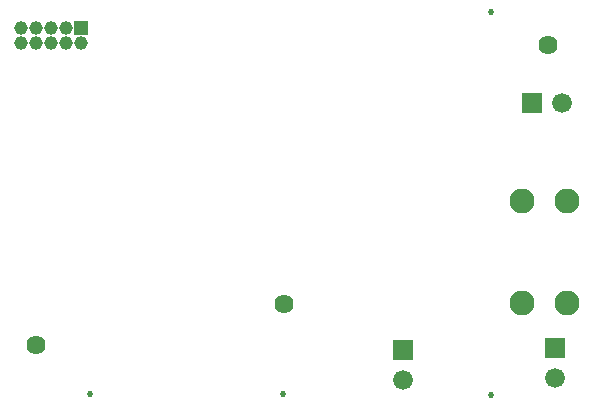
<source format=gbs>
G04*
G04 #@! TF.GenerationSoftware,Altium Limited,Altium Designer,24.3.1 (35)*
G04*
G04 Layer_Color=16711935*
%FSLAX44Y44*%
%MOMM*%
G71*
G04*
G04 #@! TF.SameCoordinates,FBE6CC02-A050-44FB-85DA-F6A5CD5A1D8C*
G04*
G04*
G04 #@! TF.FilePolarity,Negative*
G04*
G01*
G75*
%ADD58C,1.6750*%
%ADD59R,1.6750X1.6750*%
%ADD60C,0.5250*%
%ADD61C,1.6240*%
%ADD62R,1.1700X1.1700*%
%ADD63C,1.1700*%
%ADD64R,1.6750X1.6750*%
%ADD65C,2.1100*%
D58*
X473917Y27430D02*
D03*
X345263Y25764D02*
D03*
X479726Y260504D02*
D03*
D59*
X473917Y52830D02*
D03*
X345263Y51164D02*
D03*
D60*
X80000Y14000D02*
D03*
X420000Y12818D02*
D03*
X420000Y337000D02*
D03*
X243589Y13423D02*
D03*
D61*
X35000Y55000D02*
D03*
X467986Y308905D02*
D03*
X245000Y90000D02*
D03*
D62*
X72779Y323472D02*
D03*
D63*
Y310772D02*
D03*
X60079Y323472D02*
D03*
Y310772D02*
D03*
X47379Y323472D02*
D03*
Y310772D02*
D03*
X34678Y323472D02*
D03*
Y310772D02*
D03*
X21978Y323472D02*
D03*
Y310772D02*
D03*
D64*
X454326Y260504D02*
D03*
D65*
X484202Y91055D02*
D03*
Y177456D02*
D03*
X446202Y91055D02*
D03*
Y177456D02*
D03*
M02*

</source>
